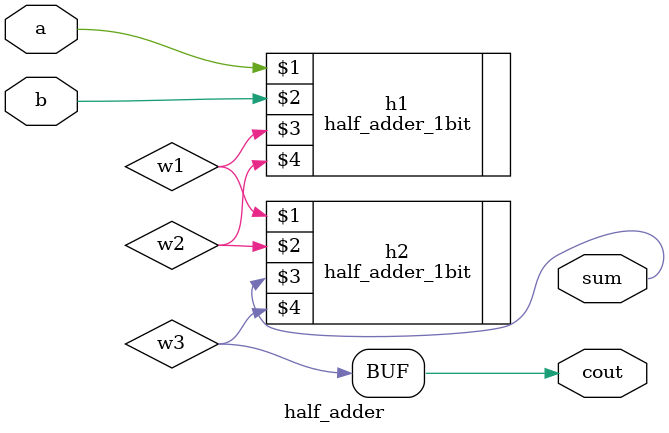
<source format=v>
module half_adder( 
input a, b,
output cout, sum );

// a and b are inputs.
// sum is output.

// Create wires to connect the half adder two flops.
wire w1, w2, w3;

// Create the half adder.
half_adder_1bit h1( a, b, w1, w2 );
half_adder_1bit h2( w1, w2, sum, w3 );
assign cout = w3;

endmodule

</source>
